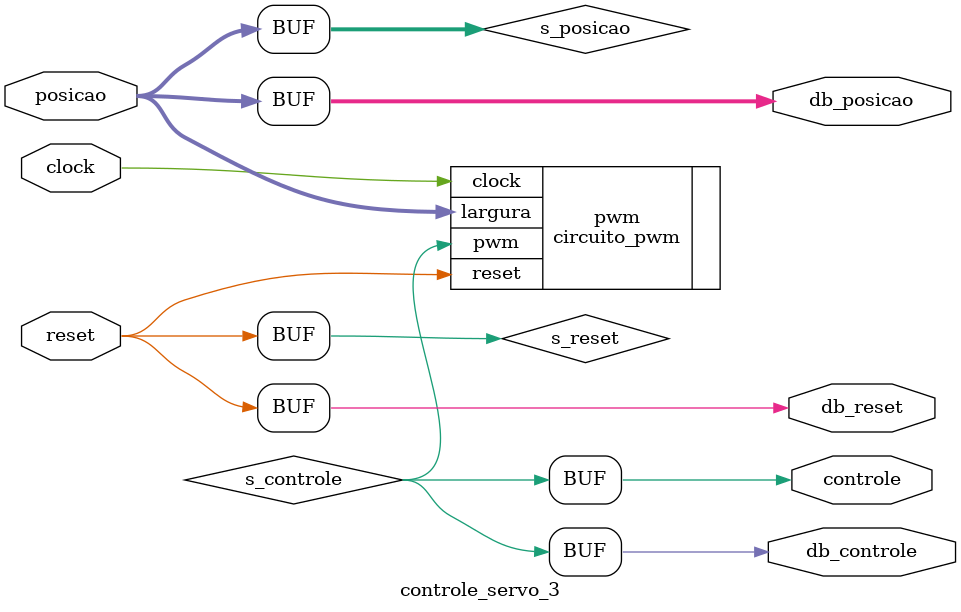
<source format=v>
module controle_servo_3 (
    input        clock,
    input        reset,
    input  [2:0] posicao,
	output       controle,
	output       db_reset,
	output       db_controle,
    output [2:0] db_posicao
);

	wire [2:0] s_posicao;
	wire s_controle;
	wire s_reset;

	circuito_pwm pwm (
		.clock(clock),
		.reset(s_reset),
		.largura(s_posicao),
		.pwm(s_controle)
	);

	assign s_posicao = posicao;


	assign controle = s_controle;
	assign s_reset = reset;

	assign db_reset = s_reset;
	assign db_controle = controle;
	assign db_posicao = posicao;

endmodule
</source>
